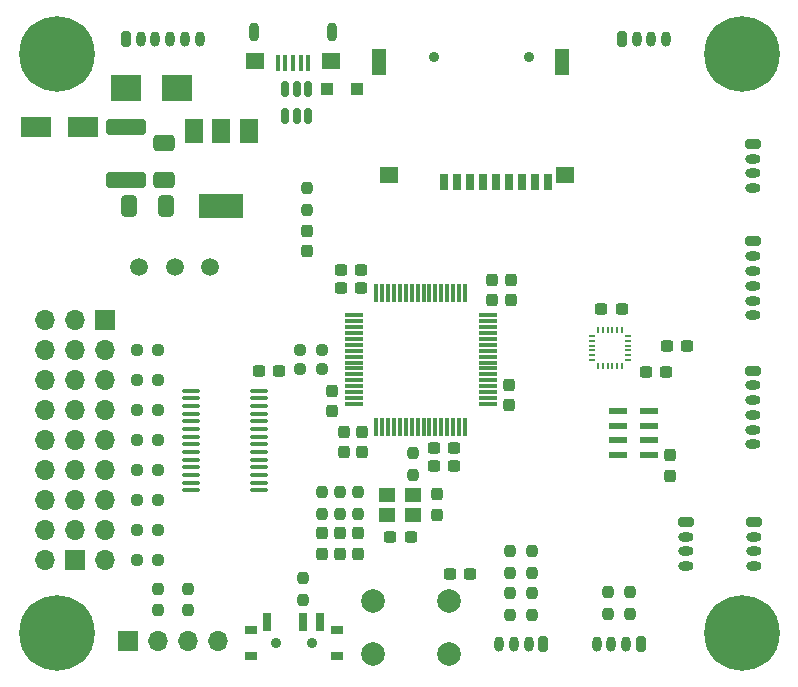
<source format=gbr>
%TF.GenerationSoftware,KiCad,Pcbnew,(6.0.6)*%
%TF.CreationDate,2022-09-02T11:51:31+03:00*%
%TF.ProjectId,FC0,4643302e-6b69-4636-9164-5f7063625858,rev?*%
%TF.SameCoordinates,Original*%
%TF.FileFunction,Soldermask,Top*%
%TF.FilePolarity,Negative*%
%FSLAX46Y46*%
G04 Gerber Fmt 4.6, Leading zero omitted, Abs format (unit mm)*
G04 Created by KiCad (PCBNEW (6.0.6)) date 2022-09-02 11:51:31*
%MOMM*%
%LPD*%
G01*
G04 APERTURE LIST*
G04 Aperture macros list*
%AMRoundRect*
0 Rectangle with rounded corners*
0 $1 Rounding radius*
0 $2 $3 $4 $5 $6 $7 $8 $9 X,Y pos of 4 corners*
0 Add a 4 corners polygon primitive as box body*
4,1,4,$2,$3,$4,$5,$6,$7,$8,$9,$2,$3,0*
0 Add four circle primitives for the rounded corners*
1,1,$1+$1,$2,$3*
1,1,$1+$1,$4,$5*
1,1,$1+$1,$6,$7*
1,1,$1+$1,$8,$9*
0 Add four rect primitives between the rounded corners*
20,1,$1+$1,$2,$3,$4,$5,0*
20,1,$1+$1,$4,$5,$6,$7,0*
20,1,$1+$1,$6,$7,$8,$9,0*
20,1,$1+$1,$8,$9,$2,$3,0*%
G04 Aperture macros list end*
%ADD10RoundRect,0.100000X-0.637500X-0.100000X0.637500X-0.100000X0.637500X0.100000X-0.637500X0.100000X0*%
%ADD11RoundRect,0.250000X0.412500X0.650000X-0.412500X0.650000X-0.412500X-0.650000X0.412500X-0.650000X0*%
%ADD12RoundRect,0.150000X-0.150000X0.512500X-0.150000X-0.512500X0.150000X-0.512500X0.150000X0.512500X0*%
%ADD13RoundRect,0.237500X-0.237500X0.300000X-0.237500X-0.300000X0.237500X-0.300000X0.237500X0.300000X0*%
%ADD14RoundRect,0.237500X-0.237500X0.287500X-0.237500X-0.287500X0.237500X-0.287500X0.237500X0.287500X0*%
%ADD15RoundRect,0.237500X-0.300000X-0.237500X0.300000X-0.237500X0.300000X0.237500X-0.300000X0.237500X0*%
%ADD16C,1.500000*%
%ADD17C,0.800000*%
%ADD18C,6.400000*%
%ADD19RoundRect,0.237500X0.237500X-0.250000X0.237500X0.250000X-0.237500X0.250000X-0.237500X-0.250000X0*%
%ADD20C,2.000000*%
%ADD21RoundRect,0.237500X0.237500X-0.287500X0.237500X0.287500X-0.237500X0.287500X-0.237500X-0.287500X0*%
%ADD22RoundRect,0.237500X0.250000X0.237500X-0.250000X0.237500X-0.250000X-0.237500X0.250000X-0.237500X0*%
%ADD23R,1.000000X1.000000*%
%ADD24RoundRect,0.200000X0.200000X0.450000X-0.200000X0.450000X-0.200000X-0.450000X0.200000X-0.450000X0*%
%ADD25O,0.800000X1.300000*%
%ADD26RoundRect,0.250000X-1.450000X0.400000X-1.450000X-0.400000X1.450000X-0.400000X1.450000X0.400000X0*%
%ADD27RoundRect,0.237500X0.237500X-0.300000X0.237500X0.300000X-0.237500X0.300000X-0.237500X-0.300000X0*%
%ADD28RoundRect,0.200000X-0.450000X0.200000X-0.450000X-0.200000X0.450000X-0.200000X0.450000X0.200000X0*%
%ADD29O,1.300000X0.800000*%
%ADD30R,1.500000X0.550000*%
%ADD31RoundRect,0.200000X-0.200000X-0.450000X0.200000X-0.450000X0.200000X0.450000X-0.200000X0.450000X0*%
%ADD32R,2.500000X2.300000*%
%ADD33R,1.700000X1.700000*%
%ADD34O,1.700000X1.700000*%
%ADD35RoundRect,0.237500X0.300000X0.237500X-0.300000X0.237500X-0.300000X-0.237500X0.300000X-0.237500X0*%
%ADD36RoundRect,0.237500X-0.237500X0.250000X-0.237500X-0.250000X0.237500X-0.250000X0.237500X0.250000X0*%
%ADD37R,1.000000X0.800000*%
%ADD38C,0.900000*%
%ADD39R,0.700000X1.500000*%
%ADD40R,0.400000X1.350000*%
%ADD41R,1.600000X1.400000*%
%ADD42O,0.900000X1.600000*%
%ADD43RoundRect,0.050000X0.050000X-0.225000X0.050000X0.225000X-0.050000X0.225000X-0.050000X-0.225000X0*%
%ADD44RoundRect,0.050000X0.225000X0.050000X-0.225000X0.050000X-0.225000X-0.050000X0.225000X-0.050000X0*%
%ADD45RoundRect,0.075000X0.075000X-0.700000X0.075000X0.700000X-0.075000X0.700000X-0.075000X-0.700000X0*%
%ADD46RoundRect,0.075000X0.700000X-0.075000X0.700000X0.075000X-0.700000X0.075000X-0.700000X-0.075000X0*%
%ADD47R,2.500000X1.800000*%
%ADD48RoundRect,0.250000X0.650000X-0.412500X0.650000X0.412500X-0.650000X0.412500X-0.650000X-0.412500X0*%
%ADD49R,1.400000X1.200000*%
%ADD50R,0.700000X1.400000*%
%ADD51R,1.200000X2.200000*%
%ADD52R,1.500000X2.000000*%
%ADD53R,3.800000X2.000000*%
G04 APERTURE END LIST*
D10*
%TO.C,U1*%
X111356500Y-128490000D03*
X111356500Y-129140000D03*
X111356500Y-129790000D03*
X111356500Y-130440000D03*
X111356500Y-131090000D03*
X111356500Y-131740000D03*
X111356500Y-132390000D03*
X111356500Y-133040000D03*
X111356500Y-133690000D03*
X111356500Y-134340000D03*
X111356500Y-134990000D03*
X111356500Y-135640000D03*
X111356500Y-136290000D03*
X111356500Y-136940000D03*
X117081500Y-136940000D03*
X117081500Y-136290000D03*
X117081500Y-135640000D03*
X117081500Y-134990000D03*
X117081500Y-134340000D03*
X117081500Y-133690000D03*
X117081500Y-133040000D03*
X117081500Y-132390000D03*
X117081500Y-131740000D03*
X117081500Y-131090000D03*
X117081500Y-130440000D03*
X117081500Y-129790000D03*
X117081500Y-129140000D03*
X117081500Y-128490000D03*
%TD*%
D11*
%TO.C,C20*%
X109220000Y-112853000D03*
X106095000Y-112853000D03*
%TD*%
D12*
%TO.C,U6*%
X121260000Y-102970000D03*
X120310000Y-102970000D03*
X119360000Y-102970000D03*
X119360000Y-105245000D03*
X120310000Y-105245000D03*
X121260000Y-105245000D03*
%TD*%
D13*
%TO.C,C5*%
X151892000Y-133955000D03*
X151892000Y-135680000D03*
%TD*%
D14*
%TO.C,D7*%
X121158000Y-114949000D03*
X121158000Y-116699000D03*
%TD*%
D15*
%TO.C,C4*%
X151662000Y-124676000D03*
X153387000Y-124676000D03*
%TD*%
D16*
%TO.C,TP2*%
X110000000Y-118000000D03*
%TD*%
D15*
%TO.C,C15*%
X128222500Y-140888000D03*
X129947500Y-140888000D03*
%TD*%
D17*
%TO.C,H1*%
X160400000Y-149000000D03*
X159697056Y-150697056D03*
X155600000Y-149000000D03*
X158000000Y-146600000D03*
X159697056Y-147302944D03*
X158000000Y-151400000D03*
X156302944Y-150697056D03*
D18*
X158000000Y-149000000D03*
D17*
X156302944Y-147302944D03*
%TD*%
D19*
%TO.C,R18*%
X138404000Y-147470250D03*
X138404000Y-145645250D03*
%TD*%
D20*
%TO.C,SW1*%
X126746000Y-150804000D03*
X133246000Y-150804000D03*
X126746000Y-146304000D03*
X133246000Y-146304000D03*
%TD*%
D21*
%TO.C,D2*%
X123973000Y-142315500D03*
X123973000Y-140565500D03*
%TD*%
D22*
%TO.C,R7*%
X108581500Y-140335000D03*
X106756500Y-140335000D03*
%TD*%
D23*
%TO.C,D4*%
X125411000Y-102972000D03*
X122911000Y-102972000D03*
%TD*%
D24*
%TO.C,J4*%
X149449000Y-149918000D03*
D25*
X148199000Y-149918000D03*
X146949000Y-149918000D03*
X145699000Y-149918000D03*
%TD*%
D19*
%TO.C,R17*%
X140254000Y-147470250D03*
X140254000Y-145645250D03*
%TD*%
D22*
%TO.C,R6*%
X108581500Y-137795000D03*
X106756500Y-137795000D03*
%TD*%
D24*
%TO.C,J3*%
X141204000Y-149917750D03*
D25*
X139954000Y-149917750D03*
X138704000Y-149917750D03*
X137454000Y-149917750D03*
%TD*%
D26*
%TO.C,F1*%
X105841000Y-106172000D03*
X105841000Y-110622000D03*
%TD*%
D27*
%TO.C,C17*%
X138423000Y-120839800D03*
X138423000Y-119114800D03*
%TD*%
D28*
%TO.C,J12*%
X153294000Y-139603000D03*
D29*
X153294000Y-140853000D03*
X153294000Y-142103000D03*
X153294000Y-143353000D03*
%TD*%
D30*
%TO.C,U3*%
X150169000Y-133955000D03*
X150169000Y-132705000D03*
X150169000Y-131455000D03*
X150169000Y-130205000D03*
X147519000Y-130205000D03*
X147519000Y-131455000D03*
X147519000Y-132705000D03*
X147519000Y-133955000D03*
%TD*%
D28*
%TO.C,J11*%
X159062000Y-139603000D03*
D29*
X159062000Y-140853000D03*
X159062000Y-142103000D03*
X159062000Y-143353000D03*
%TD*%
D22*
%TO.C,R3*%
X108581500Y-130175000D03*
X106756500Y-130175000D03*
%TD*%
D19*
%TO.C,R21*%
X140254000Y-143914250D03*
X140254000Y-142089250D03*
%TD*%
D28*
%TO.C,J7*%
X158935000Y-115864000D03*
D29*
X158935000Y-117114000D03*
X158935000Y-118364000D03*
X158935000Y-119614000D03*
X158935000Y-120864000D03*
X158935000Y-122114000D03*
%TD*%
D31*
%TO.C,J9*%
X147848000Y-98748000D03*
D25*
X149098000Y-98748000D03*
X150348000Y-98748000D03*
X151598000Y-98748000D03*
%TD*%
D15*
%TO.C,C14*%
X133249500Y-144018000D03*
X134974500Y-144018000D03*
%TD*%
D16*
%TO.C,TP3*%
X113000000Y-118000000D03*
%TD*%
D32*
%TO.C,D6*%
X105841000Y-102870000D03*
X110141000Y-102870000D03*
%TD*%
D33*
%TO.C,J6*%
X101519000Y-142855000D03*
D34*
X98979000Y-142855000D03*
X101519000Y-140315000D03*
X98979000Y-140315000D03*
X101519000Y-137775000D03*
X98979000Y-137775000D03*
X101519000Y-135235000D03*
X98979000Y-135235000D03*
X101519000Y-132695000D03*
X98979000Y-132695000D03*
X101519000Y-130155000D03*
X98979000Y-130155000D03*
X101519000Y-127615000D03*
X98979000Y-127615000D03*
X101519000Y-125075000D03*
X98979000Y-125075000D03*
X101519000Y-122535000D03*
X98979000Y-122535000D03*
%TD*%
D35*
%TO.C,C3*%
X147836000Y-121574000D03*
X146111000Y-121574000D03*
%TD*%
D19*
%TO.C,R22*%
X138404000Y-143914250D03*
X138404000Y-142089250D03*
%TD*%
D36*
%TO.C,R25*%
X111125000Y-145264500D03*
X111125000Y-147089500D03*
%TD*%
D15*
%TO.C,C13*%
X131940500Y-134886000D03*
X133665500Y-134886000D03*
%TD*%
D37*
%TO.C,SW2*%
X116423000Y-148732000D03*
D38*
X118573000Y-149842000D03*
D37*
X123723000Y-148732000D03*
D38*
X121573000Y-149842000D03*
D37*
X123723000Y-150942000D03*
X116423000Y-150942000D03*
D39*
X117823000Y-148082000D03*
X120823000Y-148082000D03*
X122323000Y-148082000D03*
%TD*%
D27*
%TO.C,C8*%
X138296000Y-129731500D03*
X138296000Y-128006500D03*
%TD*%
D13*
%TO.C,C16*%
X132206000Y-137285500D03*
X132206000Y-139010500D03*
%TD*%
D36*
%TO.C,R13*%
X122449000Y-137108500D03*
X122449000Y-138933500D03*
%TD*%
D35*
%TO.C,C18*%
X125773500Y-118249000D03*
X124048500Y-118249000D03*
%TD*%
D40*
%TO.C,J14*%
X121285000Y-100791000D03*
X120635000Y-100791000D03*
X119985000Y-100791000D03*
X119335000Y-100791000D03*
X118685000Y-100791000D03*
D41*
X123185000Y-100566000D03*
D42*
X123285000Y-98116000D03*
D41*
X116785000Y-100566000D03*
D42*
X116685000Y-98116000D03*
%TD*%
D17*
%TO.C,H2*%
X101697056Y-98302944D03*
X100000000Y-102400000D03*
X100000000Y-97600000D03*
X98302944Y-98302944D03*
X98302944Y-101697056D03*
D18*
X100000000Y-100000000D03*
D17*
X102400000Y-100000000D03*
X97600000Y-100000000D03*
X101697056Y-101697056D03*
%TD*%
D16*
%TO.C,TP1*%
X107000000Y-118000000D03*
%TD*%
D22*
%TO.C,R4*%
X108581500Y-132715000D03*
X106756500Y-132715000D03*
%TD*%
D35*
%TO.C,C1*%
X118806500Y-126873000D03*
X117081500Y-126873000D03*
%TD*%
D43*
%TO.C,U2*%
X145836000Y-126376000D03*
X146236000Y-126376000D03*
X146636000Y-126376000D03*
X147036000Y-126376000D03*
X147436000Y-126376000D03*
X147836000Y-126376000D03*
D44*
X148336000Y-125876000D03*
X148336000Y-125476000D03*
X148336000Y-125076000D03*
X148336000Y-124676000D03*
X148336000Y-124276000D03*
X148336000Y-123876000D03*
D43*
X147836000Y-123376000D03*
X147436000Y-123376000D03*
X147036000Y-123376000D03*
X146636000Y-123376000D03*
X146236000Y-123376000D03*
X145836000Y-123376000D03*
D44*
X145336000Y-123876000D03*
X145336000Y-124276000D03*
X145336000Y-124676000D03*
X145336000Y-125076000D03*
X145336000Y-125476000D03*
X145336000Y-125876000D03*
%TD*%
D28*
%TO.C,J8*%
X158935000Y-107599000D03*
D29*
X158935000Y-108849000D03*
X158935000Y-110099000D03*
X158935000Y-111349000D03*
%TD*%
D22*
%TO.C,R11*%
X122442000Y-126633000D03*
X120617000Y-126633000D03*
%TD*%
D19*
%TO.C,R20*%
X146649000Y-147367000D03*
X146649000Y-145542000D03*
%TD*%
D13*
%TO.C,C9*%
X136873600Y-119114800D03*
X136873600Y-120839800D03*
%TD*%
D45*
%TO.C,U4*%
X127053000Y-131544000D03*
X127553000Y-131544000D03*
X128053000Y-131544000D03*
X128553000Y-131544000D03*
X129053000Y-131544000D03*
X129553000Y-131544000D03*
X130053000Y-131544000D03*
X130553000Y-131544000D03*
X131053000Y-131544000D03*
X131553000Y-131544000D03*
X132053000Y-131544000D03*
X132553000Y-131544000D03*
X133053000Y-131544000D03*
X133553000Y-131544000D03*
X134053000Y-131544000D03*
X134553000Y-131544000D03*
D46*
X136478000Y-129619000D03*
X136478000Y-129119000D03*
X136478000Y-128619000D03*
X136478000Y-128119000D03*
X136478000Y-127619000D03*
X136478000Y-127119000D03*
X136478000Y-126619000D03*
X136478000Y-126119000D03*
X136478000Y-125619000D03*
X136478000Y-125119000D03*
X136478000Y-124619000D03*
X136478000Y-124119000D03*
X136478000Y-123619000D03*
X136478000Y-123119000D03*
X136478000Y-122619000D03*
X136478000Y-122119000D03*
D45*
X134553000Y-120194000D03*
X134053000Y-120194000D03*
X133553000Y-120194000D03*
X133053000Y-120194000D03*
X132553000Y-120194000D03*
X132053000Y-120194000D03*
X131553000Y-120194000D03*
X131053000Y-120194000D03*
X130553000Y-120194000D03*
X130053000Y-120194000D03*
X129553000Y-120194000D03*
X129053000Y-120194000D03*
X128553000Y-120194000D03*
X128053000Y-120194000D03*
X127553000Y-120194000D03*
X127053000Y-120194000D03*
D46*
X125128000Y-122119000D03*
X125128000Y-122619000D03*
X125128000Y-123119000D03*
X125128000Y-123619000D03*
X125128000Y-124119000D03*
X125128000Y-124619000D03*
X125128000Y-125119000D03*
X125128000Y-125619000D03*
X125128000Y-126119000D03*
X125128000Y-126619000D03*
X125128000Y-127119000D03*
X125128000Y-127619000D03*
X125128000Y-128119000D03*
X125128000Y-128619000D03*
X125128000Y-129119000D03*
X125128000Y-129619000D03*
%TD*%
D36*
%TO.C,R9*%
X120823000Y-144399000D03*
X120823000Y-146224000D03*
%TD*%
D22*
%TO.C,R8*%
X108581500Y-142875000D03*
X106756500Y-142875000D03*
%TD*%
D27*
%TO.C,C7*%
X125850000Y-133716500D03*
X125850000Y-131991500D03*
%TD*%
D47*
%TO.C,D5*%
X98235000Y-106172000D03*
X102235000Y-106172000D03*
%TD*%
D36*
%TO.C,R14*%
X123973000Y-137108500D03*
X123973000Y-138933500D03*
%TD*%
D19*
%TO.C,R19*%
X148499000Y-147367000D03*
X148499000Y-145542000D03*
%TD*%
D18*
%TO.C,H4*%
X100000000Y-149000000D03*
D17*
X100000000Y-151400000D03*
X102400000Y-149000000D03*
X101697056Y-150697056D03*
X98302944Y-150697056D03*
X101697056Y-147302944D03*
X97600000Y-149000000D03*
X100000000Y-146600000D03*
X98302944Y-147302944D03*
%TD*%
D27*
%TO.C,C6*%
X124326000Y-133716500D03*
X124326000Y-131991500D03*
%TD*%
D22*
%TO.C,R12*%
X122442000Y-125077000D03*
X120617000Y-125077000D03*
%TD*%
%TO.C,R1*%
X108581500Y-125095000D03*
X106756500Y-125095000D03*
%TD*%
D28*
%TO.C,J10*%
X158935000Y-126796000D03*
D29*
X158935000Y-128046000D03*
X158935000Y-129296000D03*
X158935000Y-130546000D03*
X158935000Y-131796000D03*
X158935000Y-133046000D03*
%TD*%
D33*
%TO.C,J13*%
X106045000Y-149733000D03*
D34*
X108585000Y-149733000D03*
X111125000Y-149733000D03*
X113665000Y-149733000D03*
%TD*%
D21*
%TO.C,D1*%
X122449000Y-142315500D03*
X122449000Y-140565500D03*
%TD*%
D48*
%TO.C,C19*%
X109093000Y-110622000D03*
X109093000Y-107497000D03*
%TD*%
D36*
%TO.C,R15*%
X125497000Y-137108500D03*
X125497000Y-138933500D03*
%TD*%
D13*
%TO.C,C11*%
X123310000Y-128506500D03*
X123310000Y-130231500D03*
%TD*%
D31*
%TO.C,J2*%
X105841000Y-98748000D03*
D25*
X107091000Y-98748000D03*
X108341000Y-98748000D03*
X109591000Y-98748000D03*
X110841000Y-98748000D03*
X112091000Y-98748000D03*
%TD*%
D33*
%TO.C,J5*%
X104059000Y-122555000D03*
D34*
X104059000Y-125095000D03*
X104059000Y-127635000D03*
X104059000Y-130175000D03*
X104059000Y-132715000D03*
X104059000Y-135255000D03*
X104059000Y-137795000D03*
X104059000Y-140335000D03*
X104059000Y-142875000D03*
%TD*%
D17*
%TO.C,H3*%
X160400000Y-100000000D03*
X155600000Y-100000000D03*
X159697056Y-98302944D03*
X156302944Y-101697056D03*
X158000000Y-97600000D03*
X156302944Y-98302944D03*
X158000000Y-102400000D03*
X159697056Y-101697056D03*
D18*
X158000000Y-100000000D03*
%TD*%
D36*
%TO.C,R10*%
X130185000Y-133806500D03*
X130185000Y-135631500D03*
%TD*%
D49*
%TO.C,Y1*%
X127985000Y-138998000D03*
X130185000Y-138998000D03*
X130185000Y-137298000D03*
X127985000Y-137298000D03*
%TD*%
D15*
%TO.C,C10*%
X124048500Y-119773000D03*
X125773500Y-119773000D03*
%TD*%
D21*
%TO.C,D3*%
X125497000Y-142315500D03*
X125497000Y-140565500D03*
%TD*%
D38*
%TO.C,J1*%
X131954000Y-100236000D03*
X139954000Y-100236000D03*
D50*
X132754000Y-110836000D03*
X133854000Y-110836000D03*
X134954000Y-110836000D03*
X136054000Y-110836000D03*
X137154000Y-110836000D03*
X138254000Y-110836000D03*
X139354000Y-110836000D03*
X140454000Y-110836000D03*
X141554000Y-110836000D03*
D41*
X143004000Y-110236000D03*
X128154000Y-110236000D03*
D51*
X142754000Y-100636000D03*
X127254000Y-100636000D03*
%TD*%
D15*
%TO.C,C12*%
X131940500Y-133362000D03*
X133665500Y-133362000D03*
%TD*%
D22*
%TO.C,R5*%
X108581500Y-135255000D03*
X106756500Y-135255000D03*
%TD*%
D15*
%TO.C,C2*%
X149884000Y-126908000D03*
X151609000Y-126908000D03*
%TD*%
D22*
%TO.C,R2*%
X108581500Y-127635000D03*
X106756500Y-127635000D03*
%TD*%
D36*
%TO.C,R24*%
X108585000Y-145264500D03*
X108585000Y-147089500D03*
%TD*%
D52*
%TO.C,U5*%
X116233000Y-106553000D03*
X113933000Y-106553000D03*
D53*
X113933000Y-112853000D03*
D52*
X111633000Y-106553000D03*
%TD*%
D19*
%TO.C,R16*%
X121158000Y-113180500D03*
X121158000Y-111355500D03*
%TD*%
M02*

</source>
